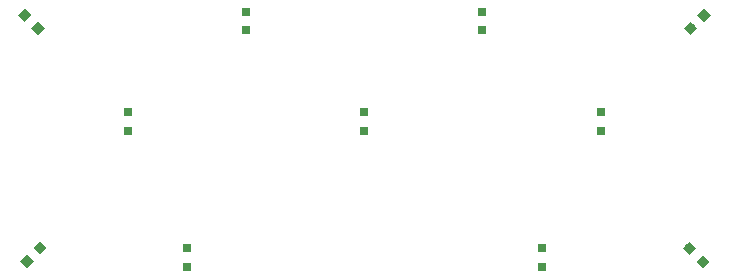
<source format=gtp>
G04 #@! TF.GenerationSoftware,KiCad,Pcbnew,(5.0.2)-1*
G04 #@! TF.CreationDate,2019-11-13T22:38:42+09:00*
G04 #@! TF.ProjectId,Grass,47726173-732e-46b6-9963-61645f706362,rev?*
G04 #@! TF.SameCoordinates,Original*
G04 #@! TF.FileFunction,Paste,Top*
G04 #@! TF.FilePolarity,Positive*
%FSLAX46Y46*%
G04 Gerber Fmt 4.6, Leading zero omitted, Abs format (unit mm)*
G04 Created by KiCad (PCBNEW (5.0.2)-1) date 2019/11/13 22:38:42*
%MOMM*%
%LPD*%
G01*
G04 APERTURE LIST*
%ADD10R,0.800000X0.800000*%
%ADD11C,0.800000*%
%ADD12C,0.100000*%
G04 APERTURE END LIST*
D10*
G04 #@! TO.C,D1*
X115000000Y-147450000D03*
X115000000Y-149050000D03*
G04 #@! TD*
D11*
G04 #@! TO.C,D2*
X101434315Y-148565685D03*
D12*
G36*
X101434315Y-149131370D02*
X100868630Y-148565685D01*
X101434315Y-148000000D01*
X102000000Y-148565685D01*
X101434315Y-149131370D01*
X101434315Y-149131370D01*
G37*
D11*
X102565685Y-147434315D03*
D12*
G36*
X102565685Y-148000000D02*
X102000000Y-147434315D01*
X102565685Y-146868630D01*
X103131370Y-147434315D01*
X102565685Y-148000000D01*
X102565685Y-148000000D01*
G37*
G04 #@! TD*
D11*
G04 #@! TO.C,D3*
X102365685Y-128865685D03*
D12*
G36*
X101800000Y-128865685D02*
X102365685Y-128300000D01*
X102931370Y-128865685D01*
X102365685Y-129431370D01*
X101800000Y-128865685D01*
X101800000Y-128865685D01*
G37*
D11*
X101234315Y-127734315D03*
D12*
G36*
X100668630Y-127734315D02*
X101234315Y-127168630D01*
X101800000Y-127734315D01*
X101234315Y-128300000D01*
X100668630Y-127734315D01*
X100668630Y-127734315D01*
G37*
G04 #@! TD*
D10*
G04 #@! TO.C,D4*
X110000000Y-135950000D03*
X110000000Y-137550000D03*
G04 #@! TD*
G04 #@! TO.C,D5*
X120000000Y-129050000D03*
X120000000Y-127450000D03*
G04 #@! TD*
G04 #@! TO.C,D7*
X140000000Y-129050000D03*
X140000000Y-127450000D03*
G04 #@! TD*
G04 #@! TO.C,D8*
X150000000Y-135950000D03*
X150000000Y-137550000D03*
G04 #@! TD*
D11*
G04 #@! TO.C,D9*
X158765685Y-127734315D03*
D12*
G36*
X158765685Y-127168630D02*
X159331370Y-127734315D01*
X158765685Y-128300000D01*
X158200000Y-127734315D01*
X158765685Y-127168630D01*
X158765685Y-127168630D01*
G37*
D11*
X157634315Y-128865685D03*
D12*
G36*
X157634315Y-128300000D02*
X158200000Y-128865685D01*
X157634315Y-129431370D01*
X157068630Y-128865685D01*
X157634315Y-128300000D01*
X157634315Y-128300000D01*
G37*
G04 #@! TD*
D11*
G04 #@! TO.C,D10*
X157500000Y-147500000D03*
D12*
G36*
X158065685Y-147500000D02*
X157500000Y-148065685D01*
X156934315Y-147500000D01*
X157500000Y-146934315D01*
X158065685Y-147500000D01*
X158065685Y-147500000D01*
G37*
D11*
X158631370Y-148631370D03*
D12*
G36*
X159197055Y-148631370D02*
X158631370Y-149197055D01*
X158065685Y-148631370D01*
X158631370Y-148065685D01*
X159197055Y-148631370D01*
X159197055Y-148631370D01*
G37*
G04 #@! TD*
D10*
G04 #@! TO.C,D11*
X145000000Y-149050000D03*
X145000000Y-147450000D03*
G04 #@! TD*
G04 #@! TO.C,D6*
X130000000Y-135950000D03*
X130000000Y-137550000D03*
G04 #@! TD*
M02*

</source>
